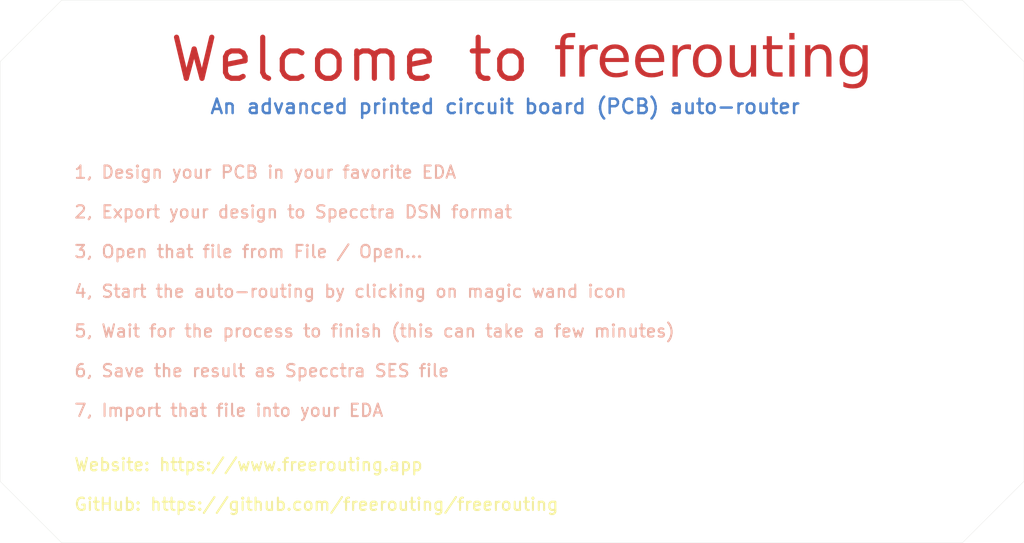
<source format=kicad_pcb>
(kicad_pcb (version 20240108) (generator "pcbnew") (generator_version "8.0")
  (title_block (title "Freerouting Tutorial Board") (date "2024-09-25") (rev "A") (company "Freerouting"))
  (layers (0 "F.Cu" signal) (31 "B.Cu" signal) (34 "B.Paste" user) (35 "F.Paste" user) (36 "B.SilkS" user "B.Silkscreen") (37 "F.SilkS" user "F.Silkscreen") (38 "B.Mask" user) (39 "F.Mask" user) (44 "Edge.Cuts" user))
  (net 0 "")
  (gr_line (start 271.78 37.86) (end 271.78 139.94) (stroke (width 0.05)) (layer "Edge.Cuts"))
  (gr_line (start 271.78 139.94) (end 256.78 154.94) (stroke (width 0.05)) (layer "Edge.Cuts"))
  (gr_line (start 22.86 139.94) (end 37.86 154.94) (stroke (width 0.05)) (layer "Edge.Cuts"))
  (gr_line (start 22.86 37.86) (end 22.86 139.94) (stroke (width 0.05)) (layer "Edge.Cuts"))
  (gr_line (start 37.86 154.94) (end 256.78 154.94) (stroke (width 0.05)) (layer "Edge.Cuts"))
  (gr_line (start 37.86 22.86) (end 22.86 37.86) (stroke (width 0.05)) (layer "Edge.Cuts"))
  (gr_line (start 256.78 22.86) (end 271.78 37.86) (stroke (width 0.05)) (layer "Edge.Cuts"))
  (gr_line (start 37.86 22.86) (end 256.78 22.86) (stroke (width 0.05)) (layer "Edge.Cuts"))
  (gr_text "Welcome to" (at 63.5 43.18 0) (layer "F.Cu") (effects (font (size 10 10) (thickness 1.25)) (justify left bottom)))
  (gr_text "freerouting" (at 157.48 43.18 0) (layer "F.Cu") (effects (font (size 10 10) (thickness 1.25) (italic yes)) (justify left bottom)))
  (gr_text "An advanced printed circuit board (PCB) auto-router" (at 73.66 50.8 0) (layer "B.Cu") (effects (font (size 3.5 3.5) (thickness 0.6) (bold yes)) (justify left bottom)))
  (gr_text "1, Design your PCB in your favorite EDA\n\n2, Export your design to Specctra DSN format\n\n3, Open that file from File / Open...\n\n4, Start the auto-routing by clicking on magic wand icon\n\n5, Wait for the process to finish (this can take a few minutes)\n\n6, Save the result as Specctra SES file\n\n7, Import that file into your EDA" (at 40.64 124.46 0) (layer "B.SilkS") (effects (font (size 3 3) (thickness 0.5) (bold yes)) (justify left bottom)))
  (gr_text "Website: https://www.freerouting.app\n\nGitHub: https://github.com/freerouting/freerouting" (at 40.64 147.32 0) (layer "F.SilkS") (effects (font (size 3 3) (thickness 0.5) (bold yes)) (justify left bottom)))
)
</source>
